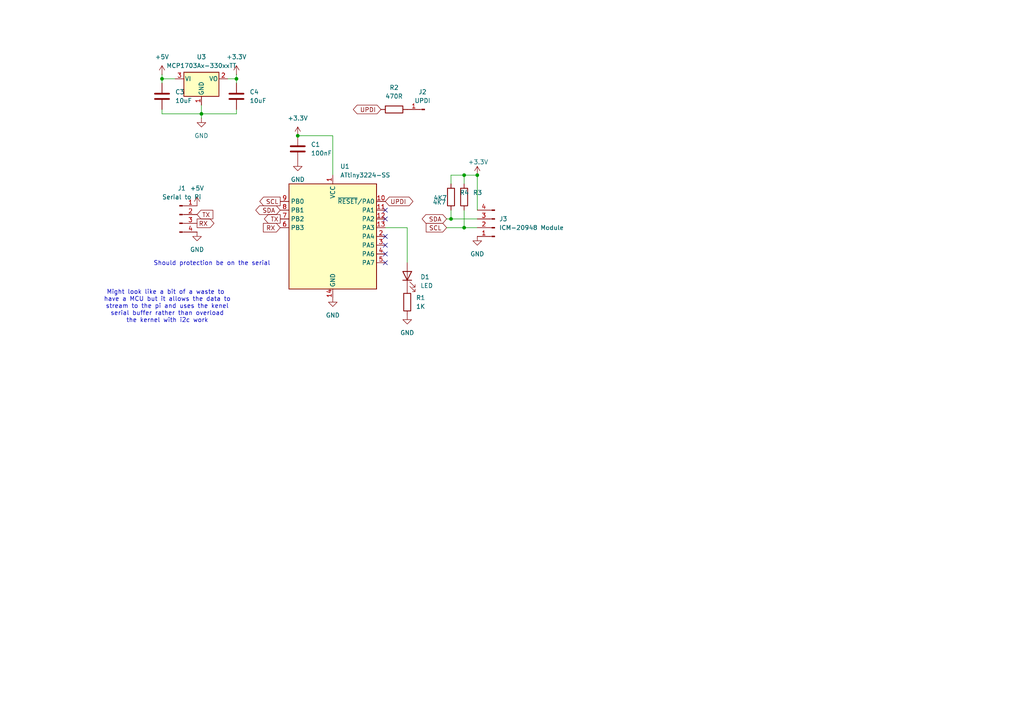
<source format=kicad_sch>
(kicad_sch (version 20250114) (generator "eeschema") (generator_version "9.0")
  (paper "A4")
  (title_block (title "Autopilot IMU Board"))
  (lib_symbols
    (symbol "Connector:Conn_01x01_Pin" (pin_names (offset 1.016) (hide yes))
      (property "Reference" "J" (at 0 2.54 0))
      (property "Value" "Conn_01x01_Pin" (at 0 -2.54 0))
      (symbol "Conn_01x01_Pin_1_1"
        (rectangle (start 0.8636 0.127) (end 0 -0.127) (stroke (width 0.1524)) (fill (type outline)))
        (polyline (pts (xy 1.27 0) (xy 0.8636 0)) (stroke (width 0.1524)))
        (pin passive line (at 5.08 0 180) (length 3.81) (name "Pin_1") (number "1"))
      )
    )
    (symbol "Connector:Conn_01x04_Pin" (pin_names (offset 1.016) (hide yes))
      (property "Reference" "J" (at 0 5.08 0))
      (property "Value" "Conn_01x04_Pin" (at 0 -7.62 0))
      (symbol "Conn_01x04_Pin_1_1"
        (rectangle (start 0.8636 2.667) (end 0 2.413) (stroke (width 0.1524)) (fill (type outline)))
        (rectangle (start 0.8636 0.127) (end 0 -0.127) (stroke (width 0.1524)) (fill (type outline)))
        (rectangle (start 0.8636 -2.413) (end 0 -2.667) (stroke (width 0.1524)) (fill (type outline)))
        (rectangle (start 0.8636 -4.953) (end 0 -5.207) (stroke (width 0.1524)) (fill (type outline)))
        (polyline (pts (xy 1.27 2.54) (xy 0.8636 2.54)) (stroke (width 0.1524)))
        (polyline (pts (xy 1.27 0) (xy 0.8636 0)) (stroke (width 0.1524)))
        (polyline (pts (xy 1.27 -2.54) (xy 0.8636 -2.54)) (stroke (width 0.1524)))
        (polyline (pts (xy 1.27 -5.08) (xy 0.8636 -5.08)) (stroke (width 0.1524)))
        (pin passive line (at 5.08 2.54 180) (length 3.81) (name "Pin_1") (number "1"))
        (pin passive line (at 5.08 0 180) (length 3.81) (name "Pin_2") (number "2"))
        (pin passive line (at 5.08 -2.54 180) (length 3.81) (name "Pin_3") (number "3"))
        (pin passive line (at 5.08 -5.08 180) (length 3.81) (name "Pin_4") (number "4"))
      )
    )
    (symbol "Device:C" (pin_numbers (hide yes)) (pin_names (offset 0.254))
      (property "Reference" "C" (at 0.635 2.54 0))
      (property "Value" "C" (at 0.635 -2.54 0))
      (symbol "C_0_1"
        (polyline (pts (xy -2.032 0.762) (xy 2.032 0.762)) (stroke (width 0.508)))
        (polyline (pts (xy -2.032 -0.762) (xy 2.032 -0.762)) (stroke (width 0.508)))
      )
      (symbol "C_1_1"
        (pin passive line (at 0 3.81 270) (length 2.794) (name "~") (number "1"))
        (pin passive line (at 0 -3.81 90) (length 2.794) (name "~") (number "2"))
      )
    )
    (symbol "Device:LED" (pin_numbers (hide yes)) (pin_names (offset 1.016) (hide yes))
      (property "Reference" "D" (at 0 2.54 0))
      (property "Value" "LED" (at 0 -2.54 0))
      (symbol "LED_0_1"
        (polyline (pts (xy -3.048 -0.762) (xy -4.572 -2.286) (xy -3.81 -2.286) (xy -4.572 -2.286) (xy -4.572 -1.524)))
        (polyline (pts (xy -1.778 -0.762) (xy -3.302 -2.286) (xy -2.54 -2.286) (xy -3.302 -2.286) (xy -3.302 -1.524)))
        (polyline (pts (xy -1.27 0) (xy 1.27 0)))
        (polyline (pts (xy -1.27 -1.27) (xy -1.27 1.27)) (stroke (width 0.254)))
        (polyline (pts (xy 1.27 -1.27) (xy 1.27 1.27) (xy -1.27 0) (xy 1.27 -1.27)) (stroke (width 0.254)))
      )
      (symbol "LED_1_1"
        (pin passive line (at -3.81 0 0) (length 2.54) (name "K") (number "1"))
        (pin passive line (at 3.81 0 180) (length 2.54) (name "A") (number "2"))
      )
    )
    (symbol "Device:R" (pin_numbers (hide yes)) (pin_names (offset 0))
      (property "Reference" "R" (at 2.032 0 90))
      (property "Value" "R" (at 0 0 90))
      (symbol "R_0_1"
        (rectangle (start -1.016 -2.54) (end 1.016 2.54) (stroke (width 0.254)))
      )
      (symbol "R_1_1"
        (pin passive line (at 0 3.81 270) (length 1.27) (name "~") (number "1"))
        (pin passive line (at 0 -3.81 90) (length 1.27) (name "~") (number "2"))
      )
    )
    (symbol "MCU_Microchip_ATtiny:ATtiny3224-SS"
      (property "Reference" "U" (at -12.7 16.51 0))
      (property "Value" "ATtiny3224-SS" (at 2.54 -16.51 0))
      (symbol "ATtiny3224-SS_0_1"
        (rectangle (start -12.7 -15.24) (end 12.7 15.24) (stroke (width 0.254)) (fill (type background)))
      )
      (symbol "ATtiny3224-SS_1_1"
        (pin bidirectional line (at -15.24 10.16 0) (length 2.54) (name "PB0") (number "9"))
        (pin bidirectional line (at -15.24 7.62 0) (length 2.54) (name "PB1") (number "8"))
        (pin bidirectional line (at -15.24 5.08 0) (length 2.54) (name "PB2") (number "7"))
        (pin bidirectional line (at -15.24 2.54 0) (length 2.54) (name "PB3") (number "6"))
        (pin power_in line (at 0 17.78 270) (length 2.54) (name "VCC") (number "1"))
        (pin power_in line (at 0 -17.78 90) (length 2.54) (name "GND") (number "14"))
        (pin bidirectional line (at 15.24 10.16 180) (length 2.54) (name "~{RESET}/PA0") (number "10"))
        (pin bidirectional line (at 15.24 7.62 180) (length 2.54) (name "PA1") (number "11"))
        (pin bidirectional line (at 15.24 5.08 180) (length 2.54) (name "PA2") (number "12"))
        (pin bidirectional line (at 15.24 2.54 180) (length 2.54) (name "PA3") (number "13"))
        (pin bidirectional line (at 15.24 0 180) (length 2.54) (name "PA4") (number "2"))
        (pin bidirectional line (at 15.24 -2.54 180) (length 2.54) (name "PA5") (number "3"))
        (pin bidirectional line (at 15.24 -5.08 180) (length 2.54) (name "PA6") (number "4"))
        (pin bidirectional line (at 15.24 -7.62 180) (length 2.54) (name "PA7") (number "5"))
      )
    )
    (symbol "Regulator_Linear:MCP1703Ax-330xxTT" (pin_names (offset 0.254))
      (property "Reference" "U" (at -3.81 3.175 0))
      (property "Value" "MCP1703Ax-330xxTT" (at 0 3.175 0))
      (symbol "MCP1703Ax-330xxTT_0_1"
        (rectangle (start -5.08 -5.08) (end 5.08 1.905) (stroke (width 0.254)) (fill (type background)))
      )
      (symbol "MCP1703Ax-330xxTT_1_1"
        (pin power_in line (at -7.62 0 0) (length 2.54) (name "VI") (number "3"))
        (pin power_in line (at 0 -7.62 90) (length 2.54) (name "GND") (number "1"))
        (pin power_out line (at 7.62 0 180) (length 2.54) (name "VO") (number "2"))
      )
    )
    (symbol "power:+12V" (power) (pin_numbers (hide yes)) (pin_names (offset 0) (hide yes))
      (property "Value" "+12V" (at 0 3.556 0))
      (symbol "+12V_0_1"
        (polyline (pts (xy -0.762 1.27) (xy 0 2.54)))
        (polyline (pts (xy 0 2.54) (xy 0.762 1.27)))
        (polyline (pts (xy 0 0) (xy 0 2.54)))
      )
      (symbol "+12V_1_1"
        (pin power_in line (at 0 0 90) (length 0) (name "~") (number "1"))
      )
    )
    (symbol "power:+3.3V" (power) (pin_numbers (hide yes)) (pin_names (offset 0) (hide yes))
      (property "Value" "+3.3V" (at 0 3.556 0))
      (symbol "+3.3V_0_1"
        (polyline (pts (xy -0.762 1.27) (xy 0 2.54)))
        (polyline (pts (xy 0 2.54) (xy 0.762 1.27)))
        (polyline (pts (xy 0 0) (xy 0 2.54)))
      )
      (symbol "+3.3V_1_1"
        (pin power_in line (at 0 0 90) (length 0) (name "~") (number "1"))
      )
    )
    (symbol "power:GND" (power) (pin_numbers (hide yes)) (pin_names (offset 0) (hide yes))
      (property "Value" "GND" (at 0 -3.81 0))
      (symbol "GND_0_1"
        (polyline (pts (xy 0 0) (xy 0 -1.27) (xy 1.27 -1.27) (xy 0 -2.54) (xy -1.27 -1.27) (xy 0 -1.27)))
      )
      (symbol "GND_1_1"
        (pin power_in line (at 0 0 270) (length 0) (name "~") (number "1"))
      )
    )
  )
  (text "Should protection be on the serial" (at 61.468 76.454 0) (effects (font (size 1.27 1.27))))
  (text "Might look like a bit of a waste to \nhave a MCU but it allows the data to\nstream to the pi and uses the kenel\nserial buffer rather than overload\nthe kernel with i2c work" (at 48.514 88.9 0) (effects (font (size 1.27 1.27))))
  (junction (at 134.62 66.04))
  (junction (at 46.99 22.86))
  (junction (at 138.43 50.8))
  (junction (at 134.62 50.8))
  (junction (at 58.42 33.02))
  (junction (at 86.36 39.37))
  (junction (at 130.81 63.5))
  (junction (at 68.58 22.86))
  (no_connect (at 111.76 76.2))
  (no_connect (at 111.76 71.12))
  (no_connect (at 111.76 73.66))
  (no_connect (at 111.76 68.58))
  (no_connect (at 111.76 60.96))
  (no_connect (at 111.76 63.5))
  (wire (pts (xy 134.62 60.96) (xy 134.62 66.04)))
  (wire (pts (xy 130.81 53.34) (xy 130.81 50.8)))
  (wire (pts (xy 134.62 53.34) (xy 134.62 50.8)))
  (wire (pts (xy 66.04 22.86) (xy 68.58 22.86)))
  (wire (pts (xy 68.58 21.59) (xy 68.58 22.86)))
  (wire (pts (xy 46.99 31.75) (xy 46.99 33.02)))
  (wire (pts (xy 68.58 31.75) (xy 68.58 33.02)))
  (wire (pts (xy 130.81 50.8) (xy 134.62 50.8)))
  (wire (pts (xy 46.99 21.59) (xy 46.99 22.86)))
  (wire (pts (xy 96.52 39.37) (xy 86.36 39.37)))
  (wire (pts (xy 46.99 33.02) (xy 58.42 33.02)))
  (wire (pts (xy 134.62 50.8) (xy 138.43 50.8)))
  (wire (pts (xy 118.11 66.04) (xy 111.76 66.04)))
  (wire (pts (xy 68.58 33.02) (xy 58.42 33.02)))
  (wire (pts (xy 58.42 33.02) (xy 58.42 34.29)))
  (wire (pts (xy 129.54 63.5) (xy 130.81 63.5)))
  (wire (pts (xy 96.52 50.8) (xy 96.52 39.37)))
  (wire (pts (xy 118.11 76.2) (xy 118.11 66.04)))
  (wire (pts (xy 129.54 66.04) (xy 134.62 66.04)))
  (wire (pts (xy 58.42 30.48) (xy 58.42 33.02)))
  (wire (pts (xy 138.43 50.8) (xy 138.43 60.96)))
  (wire (pts (xy 130.81 63.5) (xy 138.43 63.5)))
  (wire (pts (xy 134.62 66.04) (xy 138.43 66.04)))
  (wire (pts (xy 46.99 22.86) (xy 46.99 24.13)))
  (wire (pts (xy 46.99 22.86) (xy 50.8 22.86)))
  (wire (pts (xy 130.81 60.96) (xy 130.81 63.5)))
  (wire (pts (xy 68.58 22.86) (xy 68.58 24.13)))
  (global_label "TX" (shape input) (at 57.15 62.23 0) (property "Intersheetrefs" "${INTERSHEET_REFS}" (effects (hide yes))))
  (global_label "UPDI" (shape bidirectional) (at 111.76 58.42 0) (property "Intersheetrefs" "${INTERSHEET_REFS}" (effects (hide yes))))
  (global_label "UPDI" (shape bidirectional) (at 110.49 31.75 180) (property "Intersheetrefs" "${INTERSHEET_REFS}" (effects (hide yes))))
  (global_label "SCL" (shape input) (at 129.54 66.04 180) (property "Intersheetrefs" "${INTERSHEET_REFS}" (effects (hide yes))))
  (global_label "SDA" (shape bidirectional) (at 129.54 63.5 180) (property "Intersheetrefs" "${INTERSHEET_REFS}" (effects (hide yes))))
  (global_label "SDA" (shape bidirectional) (at 81.28 60.96 180) (property "Intersheetrefs" "${INTERSHEET_REFS}" (effects (hide yes))))
  (global_label "RX" (shape input) (at 81.28 66.04 180) (property "Intersheetrefs" "${INTERSHEET_REFS}" (effects (hide yes))))
  (global_label "TX" (shape output) (at 81.28 63.5 180) (property "Intersheetrefs" "${INTERSHEET_REFS}" (effects (hide yes))))
  (global_label "SCL" (shape output) (at 81.28 58.42 180) (property "Intersheetrefs" "${INTERSHEET_REFS}" (effects (hide yes))))
  (global_label "RX" (shape output) (at 57.15 64.77 0) (property "Intersheetrefs" "${INTERSHEET_REFS}" (effects (hide yes))))
  (symbol (lib_id "power:+3.3V") (at 68.58 21.59 0) (unit 1)
    (property "Reference" "#PWR05" (effects (hide yes)))
    (property "Value" "+3.3V" (at 68.58 16.51 0))
    (property "Description" "Power symbol creates a global label with name \"+3.3V\"" (effects (hide yes)))
  )
  (symbol (lib_id "Device:R") (at 114.3 31.75 90) (unit 1)
    (property "Reference" "R2" (at 114.3 25.4 90))
    (property "Value" "470R" (at 114.3 27.94 90))
    (property "Description" "Resistor" (effects (hide yes)))
  )
  (symbol (lib_id "Device:C") (at 46.99 27.94 0) (unit 1)
    (property "Reference" "C3" (at 50.8 26.6699 0) (effects (justify left)))
    (property "Value" "10uF" (at 50.8 29.2099 0) (effects (justify left)))
    (property "Description" "Unpolarized capacitor" (effects (hide yes)))
  )
  (symbol (lib_id "Device:R") (at 130.81 57.15 0) (unit 1)
    (property "Reference" "R4" (at 133.35 55.8799 0) (effects (justify left)))
    (property "Value" "4K7" (at 125.476 58.674 0) (effects (justify left)))
    (property "Description" "Resistor" (effects (hide yes)))
  )
  (symbol (lib_id "power:+3.3V") (at 86.36 39.37 0) (unit 1)
    (property "Reference" "#PWR06" (effects (hide yes)))
    (property "Value" "+3.3V" (at 86.36 34.29 0))
    (property "Description" "Power symbol creates a global label with name \"+3.3V\"" (effects (hide yes)))
  )
  (symbol (lib_id "power:+12V") (at 57.15 59.69 0) (unit 1)
    (property "Reference" "#PWR013" (effects (hide yes)))
    (property "Value" "+5V" (at 57.15 54.61 0))
    (property "Description" "Power symbol creates a global label with name \"+12V\"" (effects (hide yes)))
  )
  (symbol (lib_id "Connector:Conn_01x01_Pin") (at 123.19 31.75 180) (unit 1)
    (property "Reference" "J2" (at 122.555 26.67 0))
    (property "Value" "UPDI" (at 122.555 29.21 0))
    (property "Description" "Generic connector, single row, 01x01, script generated" (effects (hide yes)))
  )
  (symbol (lib_id "Device:LED") (at 118.11 80.01 90) (unit 1)
    (property "Reference" "D1" (at 121.92 80.3274 90) (effects (justify right)))
    (property "Value" "LED" (at 121.92 82.8674 90) (effects (justify right)))
    (property "Description" "Light emitting diode" (effects (hide yes)))
    (property "Sim.Pins" "1=K 2=A" (effects (hide yes)))
  )
  (symbol (lib_id "power:GND") (at 86.36 46.99 0) (unit 1)
    (property "Reference" "#PWR07" (effects (hide yes)))
    (property "Value" "GND" (at 86.36 52.07 0))
    (property "Description" "Power symbol creates a global label with name \"GND\" , ground" (effects (hide yes)))
  )
  (symbol (lib_id "Connector:Conn_01x04_Pin") (at 52.07 62.23 0) (unit 1)
    (property "Reference" "J1" (at 52.705 54.61 0))
    (property "Value" "Serial to Pi" (at 52.705 57.15 0))
    (property "Description" "Generic connector, single row, 01x04, script generated" (effects (hide yes)))
  )
  (symbol (lib_id "power:+12V") (at 46.99 21.59 0) (unit 1)
    (property "Reference" "#PWR012" (effects (hide yes)))
    (property "Value" "+5V" (at 46.99 16.51 0))
    (property "Description" "Power symbol creates a global label with name \"+12V\"" (effects (hide yes)))
  )
  (symbol (lib_id "MCU_Microchip_ATtiny:ATtiny3224-SS") (at 96.52 68.58 0) (unit 1)
    (property "Reference" "U1" (at 98.6633 48.26 0) (effects (justify left)))
    (property "Value" "ATtiny3224-SS" (at 98.6633 50.8 0) (effects (justify left)))
    (property "Footprint" "Package_SO:SOIC-14_3.9x8.7mm_P1.27mm" (effects (hide yes)))
    (property "Datasheet" "https://ww1.microchip.com/downloads/en/DeviceDoc/ATtiny3224-3226-3227-Data-Sheet-DS40002345A.pdf" (effects (hide yes)))
    (property "Description" "20MHz, 32kB Flash, 3kB SRAM, 256B EEPROM, SOIC-14" (effects (hide yes)))
  )
  (symbol (lib_id "Regulator_Linear:MCP1703Ax-330xxTT") (at 58.42 22.86 0) (unit 1)
    (property "Reference" "U3" (at 58.42 16.51 0))
    (property "Value" "MCP1703Ax-330xxTT" (at 58.42 19.05 0))
    (property "Footprint" "Package_TO_SOT_SMD:SOT-23" (effects (hide yes)))
    (property "Datasheet" "http://ww1.microchip.com/downloads/en/DeviceDoc/20005122B.pdf" (effects (hide yes)))
    (property "Description" "Low Quiescent Current LDO Regulator, 3.3V, 250mA, Vin<=16V, SOT-23" (effects (hide yes)))
  )
  (symbol (lib_id "power:GND") (at 57.15 67.31 0) (unit 1)
    (property "Reference" "#PWR04" (effects (hide yes)))
    (property "Value" "GND" (at 57.15 72.39 0))
    (property "Description" "Power symbol creates a global label with name \"GND\" , ground" (effects (hide yes)))
  )
  (symbol (lib_id "power:GND") (at 58.42 34.29 0) (unit 1)
    (property "Reference" "#PWR011" (effects (hide yes)))
    (property "Value" "GND" (at 58.42 39.37 0))
    (property "Description" "Power symbol creates a global label with name \"GND\" , ground" (effects (hide yes)))
  )
  (symbol (lib_id "Device:C") (at 68.58 27.94 0) (unit 1)
    (property "Reference" "C4" (at 72.39 26.6699 0) (effects (justify left)))
    (property "Value" "10uF" (at 72.39 29.2099 0) (effects (justify left)))
    (property "Description" "Unpolarized capacitor" (effects (hide yes)))
  )
  (symbol (lib_id "power:+3.3V") (at 138.43 50.8 0) (unit 1)
    (property "Reference" "#PWR01" (effects (hide yes)))
    (property "Value" "+3.3V" (at 138.684 46.99 0))
    (property "Description" "Power symbol creates a global label with name \"+3.3V\"" (effects (hide yes)))
  )
  (symbol (lib_id "Device:R") (at 134.62 57.15 0) (unit 1)
    (property "Reference" "R3" (at 137.16 55.8799 0) (effects (justify left)))
    (property "Value" "4K7" (at 125.73 57.404 0) (effects (justify left)))
    (property "Description" "Resistor" (effects (hide yes)))
  )
  (symbol (lib_id "Connector:Conn_01x04_Pin") (at 143.51 66.04 180) (unit 1)
    (property "Reference" "J3" (at 144.78 63.4999 0) (effects (justify right)))
    (property "Value" "ICM-20948 Module" (at 144.78 66.0399 0) (effects (justify right)))
    (property "Description" "Generic connector, single row, 01x04, script generated" (effects (hide yes)))
  )
  (symbol (lib_id "power:GND") (at 138.43 68.58 0) (unit 1)
    (property "Reference" "#PWR08" (effects (hide yes)))
    (property "Value" "GND" (at 138.43 73.66 0))
    (property "Description" "Power symbol creates a global label with name \"GND\" , ground" (effects (hide yes)))
  )
  (symbol (lib_id "Device:R") (at 118.11 87.63 0) (unit 1)
    (property "Reference" "R1" (at 120.65 86.3599 0) (effects (justify left)))
    (property "Value" "1K" (at 120.65 88.8999 0) (effects (justify left)))
    (property "Description" "Resistor" (effects (hide yes)))
  )
  (symbol (lib_id "power:GND") (at 118.11 91.44 0) (unit 1)
    (property "Reference" "#PWR09" (effects (hide yes)))
    (property "Value" "GND" (at 118.11 96.52 0))
    (property "Description" "Power symbol creates a global label with name \"GND\" , ground" (effects (hide yes)))
  )
  (symbol (lib_id "power:GND") (at 96.52 86.36 0) (unit 1)
    (property "Reference" "#PWR03" (effects (hide yes)))
    (property "Value" "GND" (at 96.52 91.44 0))
    (property "Description" "Power symbol creates a global label with name \"GND\" , ground" (effects (hide yes)))
  )
  (symbol (lib_id "Device:C") (at 86.36 43.18 0) (unit 1)
    (property "Reference" "C1" (at 90.17 41.9099 0) (effects (justify left)))
    (property "Value" "100nF" (at 90.17 44.4499 0) (effects (justify left)))
    (property "Description" "Unpolarized capacitor" (effects (hide yes)))
  )
)
</source>
